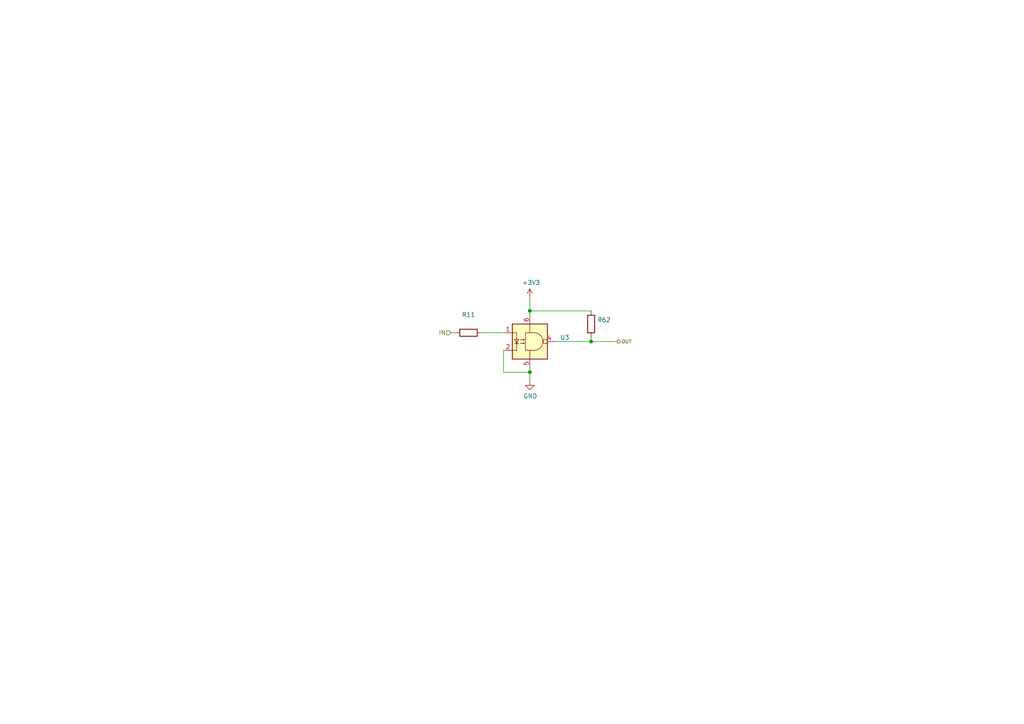
<source format=kicad_sch>
(kicad_sch (version 20211123) (generator eeschema)
  (paper "A4")
  (title_block (title "Digital input"))
  (lib_symbols
    (symbol "Device:R" (pin_numbers hide) (pin_names (offset 0))
      (property "Reference" "R" (at 2.032 0 90))
      (property "Value" "R" (at 0 0 90))
      (symbol "R_0_1"
        (rectangle (start -1.016 -2.54) (end 1.016 2.54) (stroke (width 0.254)))
      )
      (symbol "R_1_1"
        (pin passive line (at 0 3.81 270) (length 1.27) (name "~") (number "1"))
        (pin passive line (at 0 -3.81 90) (length 1.27) (name "~") (number "2"))
      )
    )
    (symbol "karta_pomiarowa_v2-rescue:+3.3V-power" (power) (pin_names (offset 0))
      (property "Value" "+3.3V-power" (at 0 3.556 0))
      (symbol "+3.3V-power_0_1"
        (polyline (pts (xy -0.762 1.27) (xy 0 2.54)))
        (polyline (pts (xy 0 0) (xy 0 2.54)))
        (polyline (pts (xy 0 2.54) (xy 0.762 1.27)))
      )
      (symbol "+3.3V-power_1_1"
        (pin power_in line (at 0 0 90) (length 0) hide (name "+3V3") (number "1"))
      )
    )
    (symbol "karta_pomiarowa_v2-rescue:H11L1-Isolatorr" (pin_names (offset 1.016))
      (property "Reference" "U" (at 1.27 8.89 0))
      (property "Value" "H11L1-Isolatorr" (at 1.27 6.35 0))
      (symbol "H11L1-Isolatorr_0_1"
        (rectangle (start -5.08 5.08) (end 5.08 -5.08) (stroke (width 0.254)) (fill (type background)))
        (polyline (pts (xy -4.445 -0.635) (xy -3.175 -0.635)))
        (polyline (pts (xy 0 2.54) (xy 0 5.08)))
        (polyline (pts (xy 0 -2.54) (xy 0 -5.08) (xy 0 -3.81)))
        (polyline (pts (xy -5.08 -2.54) (xy -3.81 -2.54) (xy -3.81 2.54) (xy -5.08 2.54)))
        (polyline (pts (xy -3.81 -0.635) (xy -4.445 0.635) (xy -3.175 0.635) (xy -3.81 -0.635)))
        (polyline (pts (xy 1.27 -2.54) (xy -1.27 -2.54) (xy -1.27 2.54) (xy 1.27 2.54)))
        (polyline (pts (xy -2.794 -0.508) (xy -1.524 -0.508) (xy -1.905 -0.635) (xy -1.905 -0.381) (xy -1.524 -0.508)))
        (polyline (pts (xy -2.794 0.508) (xy -1.524 0.508) (xy -1.905 0.381) (xy -1.905 0.635) (xy -1.524 0.508)))
        (arc (start 1.27 -2.54) (mid 3.81 0) (end 1.27 2.54))
      )
      (symbol "H11L1-Isolatorr_1_1"
        (pin passive line (at -7.62 2.54 0) (length 2.54) (name "~") (number "1"))
        (pin passive line (at -7.62 -2.54 0) (length 2.54) (name "~") (number "2"))
        (pin no_connect line (at -5.08 0 0) (length 2.54) hide (name "~") (number "3"))
        (pin bidirectional inverted (at 7.62 0 180) (length 3.81) (name "~") (number "4"))
        (pin power_in line (at 0 -7.62 90) (length 2.54) (name "~") (number "5"))
        (pin power_in line (at 0 7.62 270) (length 2.54) (name "~") (number "6"))
      )
    )
    (symbol "power:GND" (power) (pin_names (offset 0))
      (property "Value" "GND" (at 0 -3.81 0))
      (symbol "GND_0_1"
        (polyline (pts (xy 0 0) (xy 0 -1.27) (xy 1.27 -1.27) (xy 0 -2.54) (xy -1.27 -1.27) (xy 0 -1.27)))
      )
      (symbol "GND_1_1"
        (pin power_in line (at 0 0 270) (length 0) hide (name "GND") (number "1"))
      )
    )
  )
  (junction (at 171.45 99.06))
  (junction (at 153.67 107.95))
  (junction (at 153.67 90.17))
  (wire (pts (xy 171.45 99.06) (xy 161.29 99.06)))
  (wire (pts (xy 153.67 107.95) (xy 146.05 107.95)))
  (wire (pts (xy 153.67 107.95) (xy 153.67 110.49)))
  (wire (pts (xy 153.67 107.95) (xy 153.67 106.68)))
  (wire (pts (xy 146.05 107.95) (xy 146.05 101.6)))
  (wire (pts (xy 179.07 99.06) (xy 171.45 99.06)))
  (wire (pts (xy 130.81 96.52) (xy 132.08 96.52)))
  (wire (pts (xy 146.05 96.52) (xy 139.7 96.52)))
  (wire (pts (xy 171.45 97.79) (xy 171.45 99.06)))
  (wire (pts (xy 153.67 90.17) (xy 153.67 91.44)))
  (wire (pts (xy 171.45 90.17) (xy 153.67 90.17)))
  (wire (pts (xy 153.67 86.36) (xy 153.67 90.17)))
  (hierarchical_label "IN" (shape input) (at 130.81 96.52 180))
  (hierarchical_label "OUT" (shape output) (at 179.07 99.06 0) (effects (font (size 0.9906 0.9906))))
  (symbol (lib_id "Device:R") (at 135.89 96.52 270) (unit 1)
    (property "Reference" "R11" (at 135.89 91.2622 90))
  )
  (symbol (lib_id "karta_pomiarowa_v2-rescue:+3.3V-power") (at 153.67 86.36 0) (unit 1)
    (property "Reference" "#PWR021" (effects hide))
  )
  (symbol (lib_id "power:GND") (at 153.67 110.49 0) (unit 1)
    (property "Reference" "#PWR022" (effects hide))
  )
  (symbol (lib_id "karta_pomiarowa_v2-rescue:H11L1-Isolatorr") (at 153.67 99.06 0) (unit 1)
    (property "Reference" "U3" (at 162.4076 97.8916 0) (effects (justify left)))
    (property "Datasheet" "https://www.onsemi.com/pub/Collateral/H11L3M-D.PDF" (effects hide))
    (property "PartNumber" "H11L3SM" (effects hide))
    (property "Link" "https://pl.farnell.com/on-semiconductor/h11l3sm/opto-cplr-schmitt-trigger-7-5kv/dp/2322532?st=H11L3SM" (effects hide))
  )
  (symbol (lib_id "Device:R") (at 171.45 93.98 0) (unit 1)
    (property "Reference" "R62" (at 173.228 92.8116 0) (effects (justify left)))
  )
)
</source>
